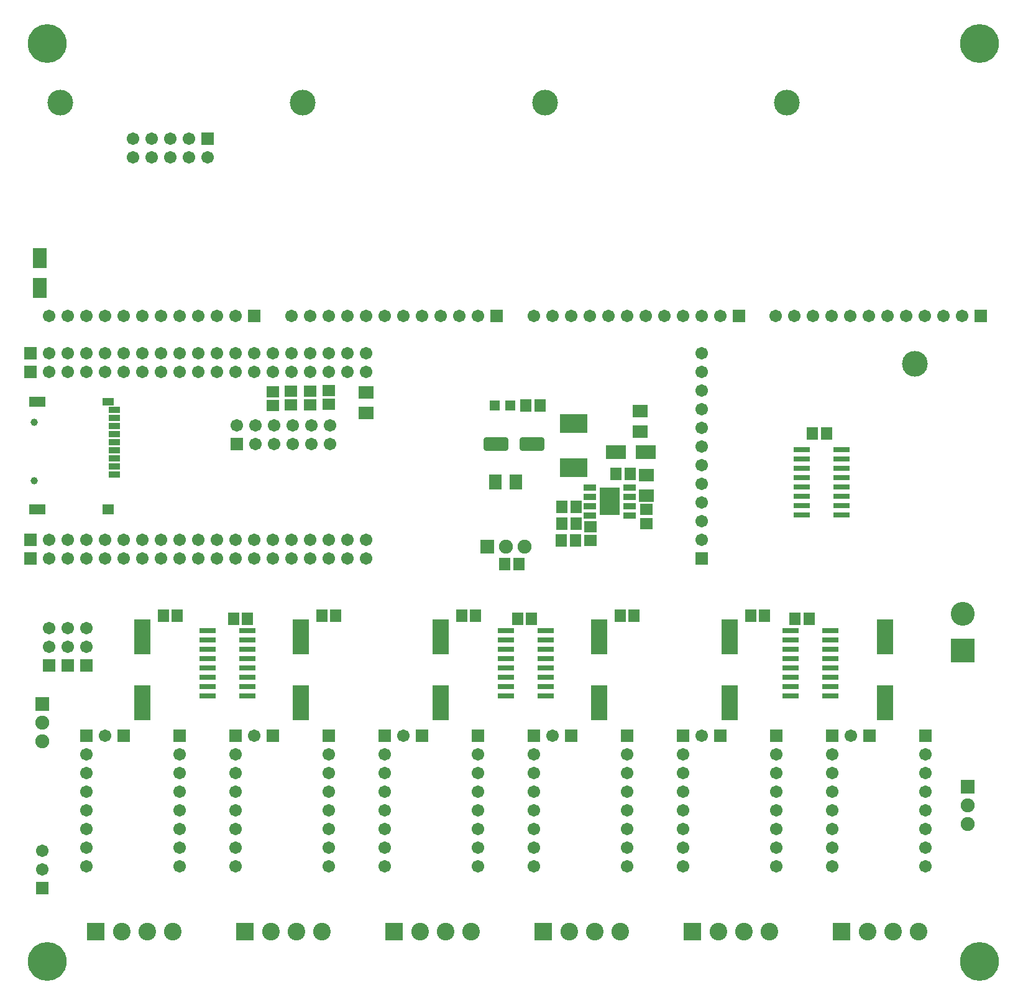
<source format=gbr>
G04 DipTrace 4.0.0.2*
G04 TopMask.gbr*
%MOIN*%
G04 #@! TF.FileFunction,Soldermask,Top*
G04 #@! TF.Part,Single*
%AMOUTLINE1*
4,1,28,
0.052821,-0.035496,
-0.052821,-0.035496,
-0.056049,-0.035071,
-0.059301,-0.033724,
-0.062093,-0.031581,
-0.064236,-0.028789,
-0.065583,-0.025537,
-0.066008,-0.022309,
-0.066008,0.022309,
-0.065583,0.025537,
-0.064236,0.028789,
-0.062093,0.031581,
-0.059301,0.033724,
-0.056049,0.035071,
-0.052821,0.035496,
0.052821,0.035496,
0.056049,0.035071,
0.059301,0.033724,
0.062093,0.031581,
0.064236,0.028789,
0.065583,0.025537,
0.066008,0.022309,
0.066008,-0.022309,
0.065583,-0.025537,
0.064236,-0.028789,
0.062093,-0.031581,
0.059301,-0.033724,
0.056049,-0.035071,
0.052821,-0.035496,
0*%
%ADD56C,0.137795*%
%ADD57C,0.03937*%
%ADD67R,0.055244X0.055244*%
%ADD69R,0.070992X0.078866*%
%ADD71R,0.08674X0.031622*%
%ADD73R,0.11115X0.146189*%
%ADD75R,0.070992X0.032016*%
%ADD77C,0.094614*%
%ADD79R,0.094614X0.094614*%
%ADD81C,0.128*%
%ADD83R,0.128X0.128*%
%ADD85R,0.063118X0.039496*%
%ADD87R,0.063118X0.055244*%
%ADD89R,0.08674X0.055244*%
%ADD91R,0.059181X0.035559*%
%ADD93R,0.067055X0.059181*%
%ADD95C,0.208*%
%ADD97R,0.145795X0.10052*%
%ADD99C,0.074929*%
%ADD101R,0.074929X0.074929*%
%ADD103C,0.067055*%
%ADD105R,0.067055X0.067055*%
%ADD107R,0.106425X0.074929*%
%ADD109R,0.074929X0.106425*%
%ADD111R,0.090677X0.185165*%
%ADD113R,0.059181X0.067055*%
%ADD115R,0.078866X0.070992*%
%ADD122OUTLINE1*%
%FSLAX26Y26*%
G04*
G70*
G90*
G75*
G01*
G04 TopMask*
%LPD*%
D115*
X2243700Y3470964D3*
Y3581200D3*
X3745745Y3139842D3*
Y3029606D3*
D113*
X3583745Y3146842D3*
X3658548D3*
X3368745Y2970842D3*
X3293941D3*
D115*
X3712511Y3372863D3*
Y3483099D3*
D113*
X1531200Y2368700D3*
X1606003D3*
X4543700D3*
X4618503D3*
X3056200D3*
X3131003D3*
X4712352Y3362451D3*
X4637549D3*
D111*
X1043700Y1918700D3*
Y2273031D3*
X1893700Y1918700D3*
Y2273031D3*
X2643700Y1918700D3*
Y2273031D3*
X3493700Y1918700D3*
Y2273031D3*
X4193700Y1918700D3*
Y2273031D3*
X5024951Y1918700D3*
Y2273031D3*
D113*
X1156200Y2387449D3*
X1231003D3*
X2006200Y2387451D3*
X2081003D3*
X2756200D3*
X2831003D3*
X3606200D3*
X3681003D3*
X4306200D3*
X4381003D3*
X3062449Y2662451D3*
X2987646D3*
D109*
X493701Y4143700D3*
X493698Y4301180D3*
D107*
X3583745Y3263842D3*
X3741225D3*
D105*
X443700Y3793700D3*
D103*
X543700D3*
X643700D3*
X743700D3*
X843700D3*
X943700D3*
X1043700D3*
X1143700D3*
X1243700D3*
X1343700D3*
X1443700D3*
X1543700D3*
X1643700D3*
X1743700D3*
X1843700D3*
X1943700D3*
X2043700D3*
X2143700D3*
X2243700D3*
D105*
X443700Y3693700D3*
D103*
X543700D3*
X643700D3*
X743700D3*
X843700D3*
X943700D3*
X1043700D3*
X1143700D3*
X1243700D3*
X1343700D3*
X1443700D3*
X1543700D3*
X1643700D3*
X1743700D3*
X1843700D3*
X1943700D3*
X2043700D3*
X2143700D3*
X2243700D3*
D101*
X5468700Y1468700D3*
D99*
Y1368700D3*
Y1268700D3*
D101*
X506200Y1912449D3*
D99*
Y1812449D3*
Y1712449D3*
D105*
X443700Y2693700D3*
D103*
X543700D3*
X643700D3*
X743700D3*
X843700D3*
X943700D3*
X1043700D3*
X1143700D3*
X1243700D3*
X1343700D3*
X1443700D3*
X1543700D3*
X1643700D3*
X1743700D3*
X1843700D3*
X1943700D3*
X2043700D3*
X2143700D3*
X2243700D3*
D101*
X2893700Y2756200D3*
D99*
X2993700D3*
X3093700D3*
D105*
X443700Y2793700D3*
D103*
X543700D3*
X643700D3*
X743700D3*
X843700D3*
X943700D3*
X1043700D3*
X1143700D3*
X1243700D3*
X1343700D3*
X1443700D3*
X1543700D3*
X1643700D3*
X1743700D3*
X1843700D3*
X1943700D3*
X2043700D3*
X2143700D3*
X2243700D3*
D105*
X1551180Y3306298D3*
D103*
Y3406298D3*
X1651180Y3306298D3*
Y3406298D3*
X1751180Y3306298D3*
Y3406298D3*
X1851180Y3306298D3*
Y3406298D3*
X1951180Y3306298D3*
Y3406298D3*
X2051180Y3306298D3*
Y3406298D3*
D105*
X743700Y1743700D3*
D103*
Y1643700D3*
Y1543700D3*
Y1443700D3*
Y1343700D3*
Y1243700D3*
Y1143700D3*
Y1043700D3*
D105*
X1543700Y1743700D3*
D103*
Y1643700D3*
Y1543700D3*
Y1443700D3*
Y1343700D3*
Y1243700D3*
Y1143700D3*
Y1043700D3*
D105*
X2343700Y1743700D3*
D103*
Y1643700D3*
Y1543700D3*
Y1443700D3*
Y1343700D3*
Y1243700D3*
Y1143700D3*
Y1043700D3*
D105*
X3143700Y1743700D3*
D103*
Y1643700D3*
Y1543700D3*
Y1443700D3*
Y1343700D3*
Y1243700D3*
Y1143700D3*
Y1043700D3*
D105*
X3943700Y1743700D3*
D103*
Y1643700D3*
Y1543700D3*
Y1443700D3*
Y1343700D3*
Y1243700D3*
Y1143700D3*
Y1043700D3*
D105*
X4743700Y1743700D3*
D103*
Y1643700D3*
Y1543700D3*
Y1443700D3*
Y1343700D3*
Y1243700D3*
Y1143700D3*
Y1043700D3*
D105*
X943700Y1743700D3*
D103*
X843700D3*
D105*
X1743700D3*
D103*
X1643700D3*
D105*
X2543700D3*
D103*
X2443700D3*
D105*
X3343700D3*
D103*
X3243700D3*
D105*
X4143700D3*
D103*
X4043700D3*
D105*
X4943700D3*
D103*
X4843700D3*
D105*
X1243700D3*
D103*
Y1643700D3*
Y1543700D3*
Y1443700D3*
Y1343700D3*
Y1243700D3*
Y1143700D3*
Y1043700D3*
D105*
X2043700Y1743700D3*
D103*
Y1643700D3*
Y1543700D3*
Y1443700D3*
Y1343700D3*
Y1243700D3*
Y1143700D3*
Y1043700D3*
D105*
X2843700Y1743700D3*
D103*
Y1643700D3*
Y1543700D3*
Y1443700D3*
Y1343700D3*
Y1243700D3*
Y1143700D3*
Y1043700D3*
D105*
X3643700Y1743700D3*
D103*
Y1643700D3*
Y1543700D3*
Y1443700D3*
Y1343700D3*
Y1243700D3*
Y1143700D3*
Y1043700D3*
D105*
X4443700Y1743700D3*
D103*
Y1643700D3*
Y1543700D3*
Y1443700D3*
Y1343700D3*
Y1243700D3*
Y1143700D3*
Y1043700D3*
D105*
X5243700Y1743700D3*
D103*
Y1643700D3*
Y1543700D3*
Y1443700D3*
Y1343700D3*
Y1243700D3*
Y1143700D3*
Y1043700D3*
D105*
X1393700Y4943700D3*
D103*
Y4843700D3*
X1293700Y4943700D3*
Y4843700D3*
X1193700Y4943700D3*
Y4843700D3*
X1093700Y4943700D3*
Y4843700D3*
X993700Y4943700D3*
Y4843700D3*
D105*
X743700Y2118700D3*
D103*
Y2218700D3*
Y2318700D3*
D105*
X643700Y2118700D3*
D103*
Y2218700D3*
Y2318700D3*
D105*
X543700Y2118700D3*
D103*
Y2218700D3*
Y2318700D3*
D105*
X506202Y924949D3*
D103*
X506200Y1024949D3*
X506198Y1124949D3*
D97*
X3356298Y3179133D3*
Y3417322D3*
D95*
X5531495Y531495D3*
Y5452755D3*
X531495D3*
Y531495D3*
D105*
X1643705Y3993700D3*
D103*
X1543705D3*
X1443705D3*
X1343705D3*
X1243705D3*
X1143705D3*
X1043705D3*
X943705D3*
X843714D3*
X743714D3*
X643714D3*
X543714D3*
D56*
X601574Y5135432D3*
D105*
X2943705Y3993700D3*
D103*
X2843705D3*
X2743705D3*
X2643705D3*
X2543705D3*
X2443705D3*
X2343705D3*
X2243705D3*
X2143714D3*
X2043714D3*
X1943714D3*
X1843714D3*
D56*
X1901574Y5135432D3*
D105*
X4243705Y3993700D3*
D103*
X4143705D3*
X4043705D3*
X3943705D3*
X3843705D3*
X3743705D3*
X3643705D3*
X3543705D3*
X3443714D3*
X3343714D3*
X3243714D3*
X3143714D3*
D56*
X3201574Y5135432D3*
D105*
X5540106Y3993700D3*
D103*
X5440106D3*
X5340106D3*
X5240106D3*
X5140106D3*
X5040106D3*
X4940106D3*
X4840106D3*
X4740115D3*
X4640115D3*
X4540115D3*
X4440115D3*
D56*
X4497974Y5135432D3*
D105*
X4043700Y2693708D3*
D103*
Y2793708D3*
Y2893708D3*
Y2993708D3*
Y3093708D3*
Y3193708D3*
Y3293708D3*
Y3393708D3*
Y3493699D3*
Y3593699D3*
Y3693699D3*
Y3793699D3*
D56*
X5185432Y3735839D3*
D93*
X3745745Y2879842D3*
Y2954645D3*
D113*
X3368745Y2879842D3*
X3293941D3*
X3290745Y2788842D3*
X3365548D3*
D93*
X3446745D3*
Y2863645D3*
X1743700Y3512548D3*
Y3587351D3*
X1840550Y3515747D3*
Y3590550D3*
X1942567Y3515747D3*
Y3590550D3*
X2043701Y3518798D3*
X2043699Y3593602D3*
D91*
X893700Y3143700D3*
Y3187007D3*
Y3230314D3*
Y3273621D3*
Y3316928D3*
Y3360235D3*
Y3403543D3*
Y3446850D3*
Y3490157D3*
D89*
X478346Y2955511D3*
D87*
X860235D3*
D85*
Y3533464D3*
D89*
X478346D3*
D57*
X462598Y3422834D3*
Y3107873D3*
D83*
X5443699Y2199949D3*
D81*
Y2396800D3*
D79*
X793700Y693700D3*
D77*
X931495D3*
X1069291D3*
X1207086D3*
D79*
X1593700D3*
D77*
X1731495D3*
X1869291D3*
X2007086D3*
D79*
X2393700D3*
D77*
X2531495D3*
X2669291D3*
X2807086D3*
D79*
X3193700D3*
D77*
X3331495D3*
X3469291D3*
X3607086D3*
D79*
X3993700D3*
D77*
X4131495D3*
X4269291D3*
X4407086D3*
D79*
X4793700D3*
D77*
X4931495D3*
X5069291D3*
X5207086D3*
D75*
X3443789Y3072894D3*
Y3022894D3*
Y2972894D3*
Y2922894D3*
X3656388D3*
Y2972894D3*
Y3022894D3*
Y3072894D3*
D73*
X3550088Y2997894D3*
D71*
X1393700Y2306200D3*
Y2256200D3*
Y2206200D3*
Y2156200D3*
Y2106200D3*
Y2056200D3*
Y2006200D3*
Y1956200D3*
X1606298D3*
Y2006200D3*
Y2056200D3*
Y2106200D3*
Y2156200D3*
Y2206200D3*
Y2256200D3*
Y2306200D3*
X4518700D3*
Y2256200D3*
Y2206200D3*
Y2156200D3*
Y2106200D3*
Y2056200D3*
Y2006200D3*
Y1956200D3*
X4731298D3*
Y2006200D3*
Y2056200D3*
Y2106200D3*
Y2156200D3*
Y2206200D3*
Y2256200D3*
Y2306200D3*
X2993700D3*
Y2256200D3*
Y2206200D3*
Y2156200D3*
Y2106200D3*
Y2056200D3*
Y2006200D3*
Y1956200D3*
X3206298D3*
Y2006200D3*
Y2056200D3*
Y2106200D3*
Y2156200D3*
Y2206200D3*
Y2256200D3*
Y2306200D3*
X4581150Y3274949D3*
Y3224949D3*
Y3174949D3*
Y3124949D3*
Y3074949D3*
Y3024949D3*
Y2974949D3*
Y2924949D3*
X4793749D3*
Y2974949D3*
Y3024949D3*
Y3074949D3*
Y3124949D3*
Y3174949D3*
Y3224949D3*
Y3274949D3*
D122*
X3133906Y3306199D3*
X2940993D3*
D69*
X2936923Y3101608D3*
X3047159D3*
D67*
X3016288Y3512449D3*
X2933611D3*
D113*
X3174851D3*
X3100048D3*
M02*

</source>
